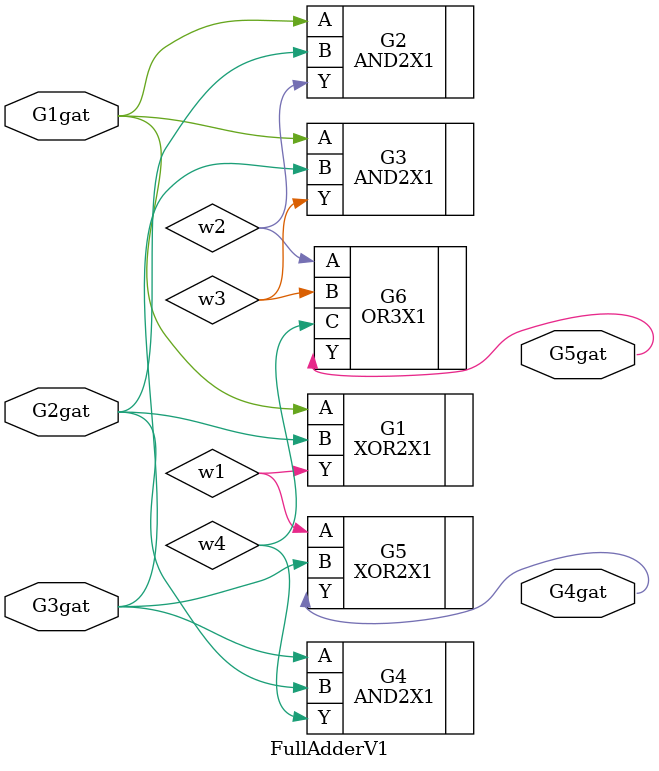
<source format=v>
module FullAdderV1 (
    G1gat, G2gat, G3gat, G4gat, G5gat );
  input  G1gat, G2gat, G3gat;
  output G4gat, G5gat ;
  wire w1, w2, w3, w4;

  XOR2X1    G1(.A(G1gat), .B(G2gat), .Y(w1));  
  AND2X1    G2(.A(G1gat), .B(G2gat), .Y(w2));
  AND2X1    G3(.A(G1gat), .B(G3gat), .Y(w3));
  AND2X1    G4(.A(G3gat), .B(G2gat), .Y(w4));
  XOR2X1    G5(.A(w1), .B(G3gat), .Y(G4gat));
  OR3X1     G6(.A(w2), .B(w3), .C(w4), .Y(G5gat));

endmodule



</source>
